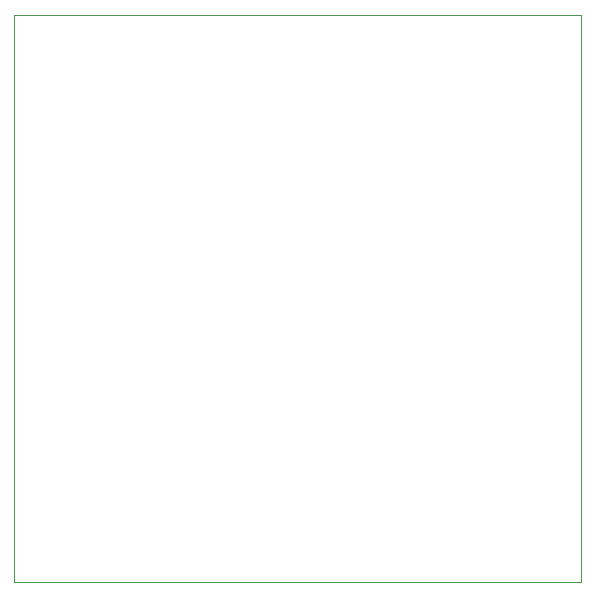
<source format=gm1>
G04 #@! TF.GenerationSoftware,KiCad,Pcbnew,8.0.8*
G04 #@! TF.CreationDate,2025-03-23T20:16:00+01:00*
G04 #@! TF.ProjectId,cheap-wled-controller,63686561-702d-4776-9c65-642d636f6e74,rev?*
G04 #@! TF.SameCoordinates,Original*
G04 #@! TF.FileFunction,Profile,NP*
%FSLAX46Y46*%
G04 Gerber Fmt 4.6, Leading zero omitted, Abs format (unit mm)*
G04 Created by KiCad (PCBNEW 8.0.8) date 2025-03-23 20:16:00*
%MOMM*%
%LPD*%
G01*
G04 APERTURE LIST*
G04 #@! TA.AperFunction,Profile*
%ADD10C,0.050000*%
G04 #@! TD*
G04 APERTURE END LIST*
D10*
X60000000Y-60000000D02*
X60000000Y-12000000D01*
X12000000Y-12000000D02*
X12000000Y-60000000D01*
X60000000Y-12000000D02*
X12000000Y-12000000D01*
X12000000Y-60000000D02*
X60000000Y-60000000D01*
M02*

</source>
